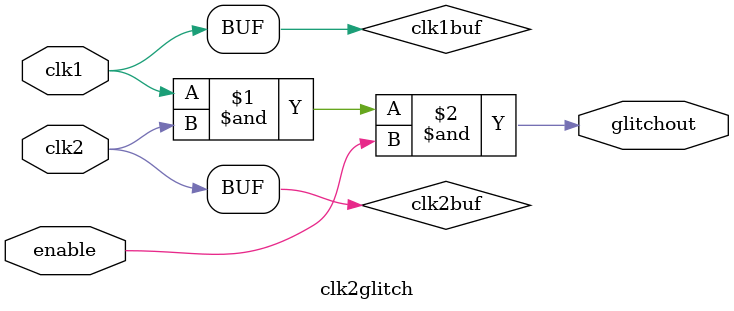
<source format=v>
`timescale 1ns / 1ps
`include "includes.v"

/***********************************************************************
This file is part of the ChipWhisperer Project. See www.newae.com for more details,
or the codebase at https://github.com/newaetech/chipwhisperer .

Copyright (c) 2013-2022, Colin O'Flynn <coflynn@newae.com>. All rights reserved.
This project (and file) is released under the 2-Clause BSD License:

Redistribution and use in source and binary forms, with or without 
modification, are permitted provided that the following conditions are met:

   * Redistributions of source code must retain the above copyright notice,
	  this list of conditions and the following disclaimer.
   * Redistributions in binary form must reproduce the above copyright
	  notice, this list of conditions and the following disclaimer in the
	  documentation and/or other materials provided with the distribution.

THIS SOFTWARE IS PROVIDED BY THE COPYRIGHT HOLDERS AND CONTRIBUTORS "AS IS"
AND ANY EXPRESS OR IMPLIED WARRANTIES, INCLUDING, BUT NOT LIMITED TO, THE
IMPLIED WARRANTIES OF MERCHANTABILITY AND FITNESS FOR A PARTICULAR PURPOSE
ARE DISCLAIMED. IN NO EVENT SHALL THE COPYRIGHT HOLDER OR CONTRIBUTORS BE
LIABLE FOR ANY DIRECT, INDIRECT, INCIDENTAL, SPECIAL, EXEMPLARY, OR
CONSEQUENTIAL DAMAGES (INCLUDING, BUT NOT LIMITED TO, PROCUREMENT OF
SUBSTITUTE GOODS OR SERVICES; LOSS OF USE, DATA, OR PROFITS; OR BUSINESS
INTERRUPTION) HOWEVER CAUSED AND ON ANY THEORY OF LIABILITY, WHETHER IN
CONTRACT, STRICT LIABILITY, OR TORT (INCLUDING NEGLIGENCE OR OTHERWISE)
ARISING IN ANY WAY OUT OF THE USE OF THIS SOFTWARE, EVEN IF ADVISED OF THE
POSSIBILITY OF SUCH DAMAGE.
*************************************************************************/

module clockglitch_s6(
	 input wire	  reset,
	 /* Source Clock */
	 input wire	  source_clk,
 
    /* Glitchy Clock */
	 output wire  glitched_clk,
	 
	 /* Glitch request */
	 input wire        glitch_trigger,
	 input wire [12:0] max_glitches,
	 input wire [2:0]  glitch_type,
         output reg [31:0] clockglitch_cnt,
	  /*
			000 = Glitch is XORd with Clock (Positive or Negative going glitch)
		   001 = Glitch is ORd with Clock (Positive going glitch only)
			010 = Glitch Only
			011 = Clock Only	 
			100 = Glitch only, based on enable reg only (output active during entire clock cycle)
	 */
 
	 /* ??? */
	 input wire   phase_clk,
	 input wire   dcm_rst,
 
	 /* Controls width of pulse */
	 input wire [8:0]  phase1_requested,
	 output wire [8:0] phase1_actual,
	 input wire		  	 phase1_load,
	 output wire		 phase1_done,
	 output wire       dcm1_locked,

	 /* Controls delay between falling edge of glitch & risinge edge of clock */
	 input wire [8:0]  phase2_requested,
	 output wire [8:0] phase2_actual,
	 input wire		  	 phase2_load,
	 output wire		 phase2_done,
	 output wire       dcm2_locked
    );


	//NOTE: Due to requirement of PHASECLK location in DCM_CLKGEN
	 //      instance, ISE does some routing which can result in an
	 //      error about clock & non-clock loads. Need to look into that.
	 wire phase_clk_buf;
	 assign phase_clk_buf = phase_clk;
	 
	 wire dcm1_psen;
	 wire dcm1_psincdec;
	 wire dcm1_psdone;
	 wire [7:0] dcm1_status;
	
	 dcm_phaseshift_interface dcmps1(.clk_i(phase_clk_buf),
											  .reset_i(dcm_rst),
											  .default_value_i(9'd0),
											  .value_i(phase1_requested),
											  .load_i(phase1_load),
											  .value_o(phase1_actual),
											  .done_o(phase1_done),
											  .dcm_psen_o(dcm1_psen),
											  .dcm_psincdec_o(dcm1_psincdec),
											  .dcm_psdone_i(dcm1_psdone),
											  .dcm_status_i(dcm1_status));	

	 wire dcm2_psen;
	 wire dcm2_psincdec;
	 wire dcm2_psdone;
	 wire [7:0] dcm2_status;
	 
	 dcm_phaseshift_interface dcmps2(.clk_i(phase_clk_buf),
											  .reset_i(dcm_rst),
											  .default_value_i(9'd0),
											  .value_i(phase2_requested),
											  .load_i(phase2_load),
											  .value_o(phase2_actual),
											  .done_o(phase2_done),
											  .dcm_psen_o(dcm2_psen),
											  .dcm_psincdec_o(dcm2_psincdec),
											  .dcm_psdone_i(dcm2_psdone),
											  .dcm_status_i(dcm2_status));	

	wire dcm1_locked_int;
	wire dcm2_locked_int;
	
	//Cannot monitor status[2] bit if not using clkfx output
	assign dcm1_locked = dcm1_locked_int; // & (~dcm1_status[2]);
	assign dcm2_locked = dcm2_locked_int; //& (~dcm2_status[2]);

	wire dcm1_clk;
	wire dcm2_clk;
	wire dcm1_clk_out;
	wire dcm2_clk_out;
	
	wire glitchstream;

        reg [12:0] glitch_cnt;
        (* ASYNC_REG = "TRUE" *) reg[2:0] glitch_trigger_pipe;
        reg glitch_trigger_resync;

        // We need to use negedge here to avoid extra glitches.
        // The reason is that glitch_go will always lag the MMCM1 clock, and so
        // it's clocked on posedge, the second rising edge of the clock can create
        // an extra glitch. Perhaps the best way to understand is to switch to
        // posedge and see what happens (using reg_la.v)
        always @(negedge dcm1_clk_out) begin
            if (reset) begin
                glitch_trigger_pipe <= 0;
                glitch_trigger_resync <= 0;
            end
            else begin
                {glitch_trigger_resync, glitch_trigger_pipe} <= {glitch_trigger_pipe, glitch_trigger};
            end

        end

        reg glitch_go;
        reg glitch_go_r;
        always @(negedge dcm1_clk_out) begin
           glitch_go_r <= glitch_go;
           // Careful because it's possible for glitch_trigger_resync to be > 1 cycle.
           // Also note that max_glitches = <number of cycles to glitch> - 1
           if (max_glitches > 0) begin
               if (glitch_trigger_resync)
                  glitch_go <= 'b1;
               else if (glitch_cnt >= max_glitches)
                  glitch_go <= 'b0;
           end
           else begin
               if (glitch_go)
                   glitch_go <= 1'b0;
               else if (glitch_trigger_resync)
                   glitch_go <= 1'b1;
           end

           if (glitch_go)
              glitch_cnt <= glitch_cnt + 13'd1;
           else
              glitch_cnt <= 0;
        end

        always @(negedge dcm1_clk_out) begin
           if (glitch_go_r)
              clockglitch_cnt <= clockglitch_cnt + 32'd1;
        end


		
	clk2glitch clk2glitch_inst(
		.clk1(dcm1_clk_out),
		.clk2(dcm2_clk_out),
		.enable(glitch_go_r),
		.glitchout(glitchstream)
	);
	
	assign glitched_clk = (glitch_type == 3'b000) ? source_clk ^ glitchstream :
	                      (glitch_type == 3'b001) ? source_clk | glitchstream :
								 (glitch_type == 3'b010) ? glitchstream :
								 (glitch_type == 3'b011) ? source_clk :
								 (glitch_type == 3'b100) ? glitch_go_r :
								 1'b0;
			
        `ifndef __ICARUS__
	// DCM_SP: Digital Clock Manager
	// Spartan-6
	// Xilinx HDL Libraries Guide, version 13.2
	DCM_SP #(
	.CLKFX_DIVIDE(2), // Divide value on CLKFX outputs - D - (1-32)
	.CLKFX_MULTIPLY(2), // Multiply value on CLKFX outputs - M - (2-32)
	.CLKIN_DIVIDE_BY_2("FALSE"), // CLKIN divide by two (TRUE/FALSE)
	.CLKIN_PERIOD(15.0), // Input clock period specified in nS
	.CLKOUT_PHASE_SHIFT("VARIABLE"), // Output phase shift (NONE, FIXED, VARIABLE)
	.CLK_FEEDBACK("2X"), // Feedback source (NONE, 1X, 2X)
	.DESKEW_ADJUST("SYSTEM_SYNCHRONOUS"), // SYSTEM_SYNCHRNOUS or SOURCE_SYNCHRONOUS
	.PHASE_SHIFT(0), // Amount of fixed phase shift (-255 to 255)
	.STARTUP_WAIT("FALSE") // Delay config DONE until DCM_SP LOCKED (TRUE/FALSE)
	)
	DCM_extclock_gen (
	.CLK2X(dcm1_clk),
	.CLK0(),
	.CLK2X180(),
	.CLK90(),
	.CLK180(dcm1_clk_out),
	.CLK270(),
	.CLKFX(),
	.CLKFX180(),
	.CLKDV(),
	.LOCKED(dcm1_locked_int), // 1-bit output: DCM_SP Lock Output
	.PSDONE(dcm1_psdone), // 1-bit output: Phase shift done output
	.STATUS(dcm1_status), // 8-bit output: DCM_SP status output
	.CLKFB(dcm1_clk), // 1-bit input: Clock feedback input
	.CLKIN(source_clk), // 1-bit input: Clock input
	.PSCLK(phase_clk_buf), // 1-bit input: Phase shift clock input
	.PSEN(dcm1_psen), // 1-bit input: Phase shift enable
	.PSINCDEC(dcm1_psincdec), // 1-bit input: Phase shift increment/decrement input
	.RST(dcm_rst) // 1-bit input: Active high reset input
	);


	// DCM_SP: Digital Clock Manager
	// Spartan-6
	// Xilinx HDL Libraries Guide, version 13.2
	DCM_SP #(
	.CLKFX_DIVIDE(2), // Divide value on CLKFX outputs - D - (1-32)
	.CLKFX_MULTIPLY(2), // Multiply value on CLKFX outputs - M - (2-32)
	.CLKIN_DIVIDE_BY_2("FALSE"), // CLKIN divide by two (TRUE/FALSE)
	.CLKIN_PERIOD(15.0), // Input clock period specified in nS
	.CLKOUT_PHASE_SHIFT("VARIABLE"), // Output phase shift (NONE, FIXED, VARIABLE)
	.CLK_FEEDBACK("2X"), // Feedback source (NONE, 1X, 2X)
	.DESKEW_ADJUST("SYSTEM_SYNCHRONOUS"), // SYSTEM_SYNCHRNOUS or SOURCE_SYNCHRONOUS
	.PHASE_SHIFT(63), // Amount of fixed phase shift (-255 to 255)
	.STARTUP_WAIT("FALSE") // Delay config DONE until DCM_SP LOCKED (TRUE/FALSE)
	)
	DCM_extclock_gen2 (
	.CLK2X(dcm2_clk),
	.CLK0(dcm2_clk_out),
	.CLK2X180(),
	.CLK90(),
	.CLK180(), //dcm2_clk_out
	.CLK270(),
	.CLKFX(),
	.CLKFX180(),
	.CLKDV(),
	.LOCKED(dcm2_locked_int), // 1-bit output: DCM_SP Lock Output
	.PSDONE(dcm2_psdone), // 1-bit output: Phase shift done output
	.STATUS(dcm2_status), // 8-bit output: DCM_SP status output
	.CLKFB(dcm2_clk), // 1-bit input: Clock feedback input
	.CLKIN(dcm1_clk_out), // 1-bit input: Clock input
	.PSCLK(phase_clk_buf), // 1-bit input: Phase shift clock input
	.PSEN(dcm2_psen), // 1-bit input: Phase shift enable
	.PSINCDEC(dcm2_psincdec), // 1-bit input: Phase shift increment/decrement input
	.RST(dcm_rst) // 1-bit input: Active high reset input
	);
        `endif

endmodule

module clk2glitch(
	 input wire	  clk1,

	 input wire   clk2,
	 
	 input wire   enable,
	 
	 output wire  glitchout
	 );
	 
	 wire clk1buf, clk2buf;
	 
	 //If using BUFG - not used as requires too many resources, not sure if
	 //actually required anyway...
	 //BUFG bufclk1 (.I(clk1), .O(clk1buf));
	 //BUFG bufclk2 (.I(clk2), .O(clk2buf));
	 
	 //Otherwise	 
	 assign clk1buf = clk1;
	 assign clk2buf = clk2;	 
	 
	 assign glitchout = (clk1buf & clk2buf) & enable;
	 
endmodule
 

</source>
